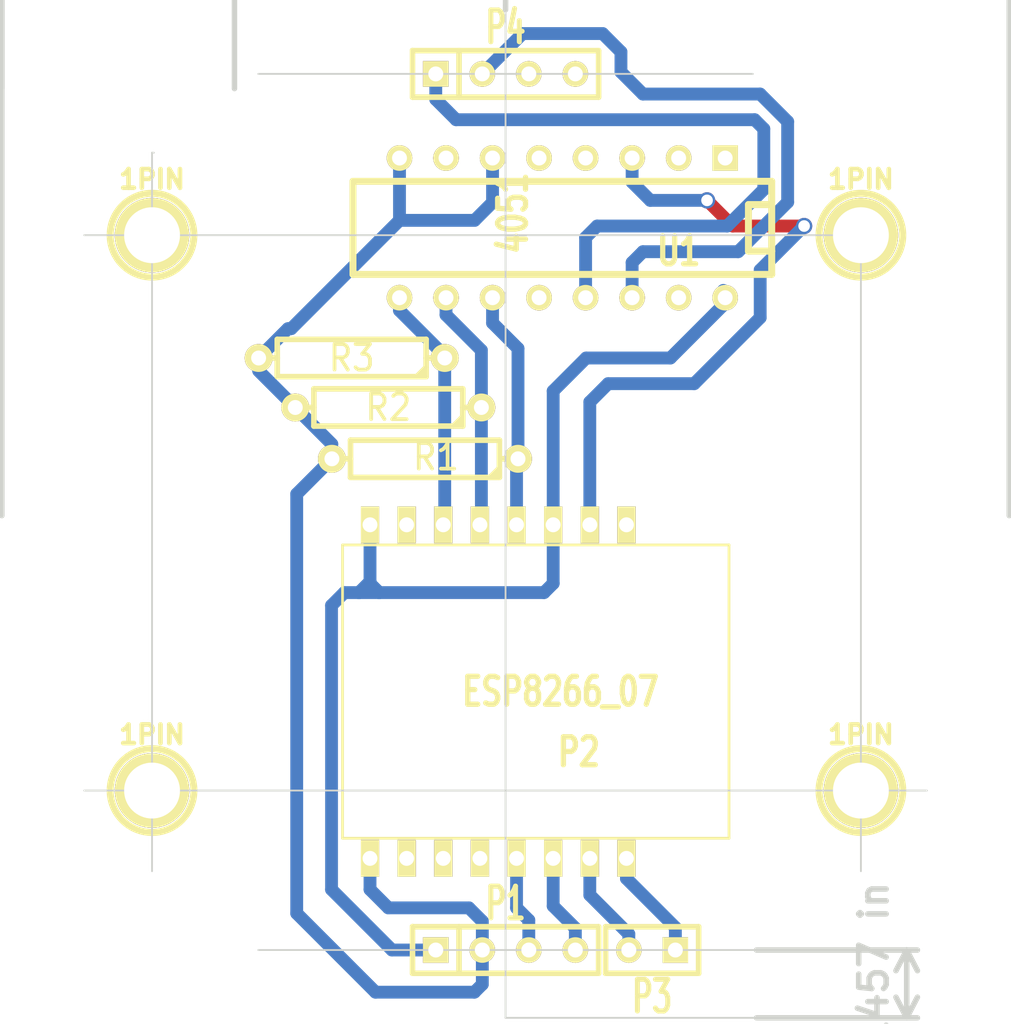
<source format=kicad_pcb>
(kicad_pcb (version 3) (host pcbnew "(2013-07-07 BZR 4022)-stable")

  (general
    (links 22)
    (no_connects 0)
    (area 125.899817 103.550001 182.114285 171.85727)
    (thickness 1.6)
    (drawings 20)
    (tracks 115)
    (zones 0)
    (modules 12)
    (nets 13)
  )

  (page A3)
  (layers
    (15 F.Cu signal)
    (0 B.Cu signal)
    (16 B.Adhes user)
    (17 F.Adhes user)
    (18 B.Paste user)
    (19 F.Paste user)
    (20 B.SilkS user)
    (21 F.SilkS user)
    (22 B.Mask user)
    (23 F.Mask user)
    (24 Dwgs.User user)
    (25 Cmts.User user)
    (26 Eco1.User user)
    (27 Eco2.User user)
    (28 Edge.Cuts user hide)
  )

  (setup
    (last_trace_width 0.7)
    (trace_clearance 0.5)
    (zone_clearance 0.508)
    (zone_45_only no)
    (trace_min 0.254)
    (segment_width 0.2)
    (edge_width 0.1)
    (via_size 0.889)
    (via_drill 0.635)
    (via_min_size 0.889)
    (via_min_drill 0.508)
    (uvia_size 0.508)
    (uvia_drill 0.127)
    (uvias_allowed no)
    (uvia_min_size 0.508)
    (uvia_min_drill 0.127)
    (pcb_text_width 0.3)
    (pcb_text_size 1.5 1.5)
    (mod_edge_width 0.15)
    (mod_text_size 1 1)
    (mod_text_width 0.15)
    (pad_size 1 2)
    (pad_drill 0.8128)
    (pad_to_mask_clearance 0)
    (aux_axis_origin 0 0)
    (visible_elements 7FFFFFFF)
    (pcbplotparams
      (layerselection 3178497)
      (usegerberextensions true)
      (excludeedgelayer true)
      (linewidth 0.150000)
      (plotframeref false)
      (viasonmask false)
      (mode 1)
      (useauxorigin false)
      (hpglpennumber 1)
      (hpglpenspeed 20)
      (hpglpendiameter 15)
      (hpglpenoverlay 2)
      (psnegative false)
      (psa4output false)
      (plotreference true)
      (plotvalue true)
      (plotothertext true)
      (plotinvisibletext false)
      (padsonsilk false)
      (subtractmaskfromsilk false)
      (outputformat 1)
      (mirror false)
      (drillshape 1)
      (scaleselection 1)
      (outputdirectory ""))
  )

  (net 0 "")
  (net 1 /A)
  (net 2 "/Ac 1")
  (net 3 "/Ac 2")
  (net 4 /Adc)
  (net 5 /B)
  (net 6 /C)
  (net 7 /Rx0)
  (net 8 /SCL)
  (net 9 /SDA)
  (net 10 /Tx0)
  (net 11 GND)
  (net 12 VCC)

  (net_class Default "This is the default net class."
    (clearance 0.5)
    (trace_width 0.7)
    (via_dia 0.889)
    (via_drill 0.635)
    (uvia_dia 0.508)
    (uvia_drill 0.127)
    (add_net "")
    (add_net /A)
    (add_net "/Ac 1")
    (add_net "/Ac 2")
    (add_net /Adc)
    (add_net /B)
    (add_net /C)
    (add_net /Rx0)
    (add_net /SCL)
    (add_net /SDA)
    (add_net /Tx0)
    (add_net GND)
    (add_net VCC)
  )

  (module DIP-16__300 (layer F.Cu) (tedit 5AF72724) (tstamp 5AF63F75)
    (at 144.6 153.7)
    (descr "16 pins DIL package, round pads")
    (tags DIL)
    (path /5AF64A12)
    (fp_text reference P2 (at 12.9 3.3) (layer F.SilkS)
      (effects (font (size 1.524 1.143) (thickness 0.3048)))
    )
    (fp_text value ESP8266_07 (at 11.9 0) (layer F.SilkS)
      (effects (font (size 1.524 1.143) (thickness 0.28575)))
    )
    (fp_line (start 0 -8) (end 21.1 -8) (layer F.SilkS) (width 0.15))
    (fp_line (start 21.1 -8) (end 21.1 8) (layer F.SilkS) (width 0.15))
    (fp_line (start 21.1 8) (end 0 8) (layer F.SilkS) (width 0.15))
    (fp_line (start 0 8) (end 0 -8) (layer F.SilkS) (width 0.15))
    (pad 1 thru_hole rect (at 15.5 -9.1) (size 1 2) (drill 0.8128)
      (layers *.Cu *.Mask F.SilkS)
    )
    (pad 2 thru_hole rect (at 13.5 -9.1) (size 1 2) (drill 0.8128)
      (layers *.Cu *.Mask F.SilkS)
      (net 4 /Adc)
    )
    (pad 3 thru_hole rect (at 11.5 -9.1) (size 1 2) (drill 0.8128)
      (layers *.Cu *.Mask F.SilkS)
      (net 12 VCC)
    )
    (pad 4 thru_hole rect (at 9.5 -9.1) (size 1 2) (drill 0.8128)
      (layers *.Cu *.Mask F.SilkS)
      (net 1 /A)
    )
    (pad 5 thru_hole rect (at 7.5 -9.1) (size 1 2) (drill 0.8128)
      (layers *.Cu *.Mask F.SilkS)
      (net 5 /B)
    )
    (pad 6 thru_hole rect (at 5.5 -9.1) (size 1 2) (drill 0.8128)
      (layers *.Cu *.Mask F.SilkS)
      (net 6 /C)
    )
    (pad 7 thru_hole rect (at 3.5 -9.1) (size 1 2) (drill 0.8128)
      (layers *.Cu *.Mask F.SilkS)
    )
    (pad 8 thru_hole rect (at 1.5 -9.1) (size 1 2) (drill 0.8128)
      (layers *.Cu *.Mask F.SilkS)
      (net 12 VCC)
    )
    (pad 9 thru_hole rect (at 1.5 9.1) (size 1 2) (drill 0.8128)
      (layers *.Cu *.Mask F.SilkS)
      (net 11 GND)
    )
    (pad 10 thru_hole rect (at 3.5 9.1) (size 1 2) (drill 0.8128)
      (layers *.Cu *.Mask F.SilkS)
    )
    (pad 11 thru_hole rect (at 5.5 9.1) (size 1 2) (drill 0.8128)
      (layers *.Cu *.Mask F.SilkS)
    )
    (pad 12 thru_hole rect (at 7.5 9.1) (size 1 2) (drill 0.8128)
      (layers *.Cu *.Mask F.SilkS)
    )
    (pad 13 thru_hole rect (at 9.5 9.1) (size 1 2) (drill 0.8128)
      (layers *.Cu *.Mask F.SilkS)
      (net 9 /SDA)
    )
    (pad 14 thru_hole rect (at 11.5 9.1) (size 1 2) (drill 0.8128)
      (layers *.Cu *.Mask F.SilkS)
      (net 8 /SCL)
    )
    (pad 15 thru_hole rect (at 13.5 9.1) (size 1 2) (drill 0.8128)
      (layers *.Cu *.Mask F.SilkS)
      (net 7 /Rx0)
    )
    (pad 16 thru_hole rect (at 15.5 9.1) (size 1 2) (drill oval 0.8128)
      (layers *.Cu *.Mask F.SilkS)
      (net 10 /Tx0)
    )
    (model dil/dil_16.wrl
      (at (xyz 0 0 0))
      (scale (xyz 1 1 1))
      (rotate (xyz 0 0 0))
    )
  )

  (module SIL-4 (layer F.Cu) (tedit 200000) (tstamp 5AF63F2E)
    (at 153.5 120)
    (descr "Connecteur 4 pibs")
    (tags "CONN DEV")
    (path /5AF6367B)
    (fp_text reference P4 (at 0 -2.54) (layer F.SilkS)
      (effects (font (size 1.73482 1.08712) (thickness 0.3048)))
    )
    (fp_text value CONN_4 (at 0 -2.54) (layer F.SilkS) hide
      (effects (font (size 1.524 1.016) (thickness 0.3048)))
    )
    (fp_line (start -5.08 -1.27) (end -5.08 -1.27) (layer F.SilkS) (width 0.3048))
    (fp_line (start -5.08 1.27) (end -5.08 -1.27) (layer F.SilkS) (width 0.3048))
    (fp_line (start -5.08 -1.27) (end -5.08 -1.27) (layer F.SilkS) (width 0.3048))
    (fp_line (start -5.08 -1.27) (end 5.08 -1.27) (layer F.SilkS) (width 0.3048))
    (fp_line (start 5.08 -1.27) (end 5.08 1.27) (layer F.SilkS) (width 0.3048))
    (fp_line (start 5.08 1.27) (end -5.08 1.27) (layer F.SilkS) (width 0.3048))
    (fp_line (start -2.54 1.27) (end -2.54 -1.27) (layer F.SilkS) (width 0.3048))
    (pad 1 thru_hole rect (at -3.81 0) (size 1.397 1.397) (drill 0.8128)
      (layers *.Cu *.Mask F.SilkS)
      (net 2 "/Ac 1")
    )
    (pad 2 thru_hole circle (at -1.27 0) (size 1.397 1.397) (drill 0.8128)
      (layers *.Cu *.Mask F.SilkS)
      (net 3 "/Ac 2")
    )
    (pad 3 thru_hole circle (at 1.27 0) (size 1.397 1.397) (drill 0.8128)
      (layers *.Cu *.Mask F.SilkS)
    )
    (pad 4 thru_hole circle (at 3.81 0) (size 1.397 1.397) (drill 0.8128)
      (layers *.Cu *.Mask F.SilkS)
    )
  )

  (module SIL-4 (layer F.Cu) (tedit 200000) (tstamp 5AF63F3D)
    (at 153.5 167.8)
    (descr "Connecteur 4 pibs")
    (tags "CONN DEV")
    (path /5AF6368A)
    (fp_text reference P1 (at 0 -2.54) (layer F.SilkS)
      (effects (font (size 1.73482 1.08712) (thickness 0.3048)))
    )
    (fp_text value CONN_4 (at 0 -2.54) (layer F.SilkS) hide
      (effects (font (size 1.524 1.016) (thickness 0.3048)))
    )
    (fp_line (start -5.08 -1.27) (end -5.08 -1.27) (layer F.SilkS) (width 0.3048))
    (fp_line (start -5.08 1.27) (end -5.08 -1.27) (layer F.SilkS) (width 0.3048))
    (fp_line (start -5.08 -1.27) (end -5.08 -1.27) (layer F.SilkS) (width 0.3048))
    (fp_line (start -5.08 -1.27) (end 5.08 -1.27) (layer F.SilkS) (width 0.3048))
    (fp_line (start 5.08 -1.27) (end 5.08 1.27) (layer F.SilkS) (width 0.3048))
    (fp_line (start 5.08 1.27) (end -5.08 1.27) (layer F.SilkS) (width 0.3048))
    (fp_line (start -2.54 1.27) (end -2.54 -1.27) (layer F.SilkS) (width 0.3048))
    (pad 1 thru_hole rect (at -3.81 0) (size 1.397 1.397) (drill 0.8128)
      (layers *.Cu *.Mask F.SilkS)
      (net 12 VCC)
    )
    (pad 2 thru_hole circle (at -1.27 0) (size 1.397 1.397) (drill 0.8128)
      (layers *.Cu *.Mask F.SilkS)
      (net 11 GND)
    )
    (pad 3 thru_hole circle (at 1.27 0) (size 1.397 1.397) (drill 0.8128)
      (layers *.Cu *.Mask F.SilkS)
      (net 9 /SDA)
    )
    (pad 4 thru_hole circle (at 3.81 0) (size 1.397 1.397) (drill 0.8128)
      (layers *.Cu *.Mask F.SilkS)
      (net 8 /SCL)
    )
  )

  (module DIP-16__300 (layer F.Cu) (tedit 5AF721EC) (tstamp 5AF63F59)
    (at 156.6 128.4 180)
    (descr "16 pins DIL package, round pads")
    (tags DIL)
    (path /5AF6359F)
    (fp_text reference U1 (at -6.35 -1.27 180) (layer F.SilkS)
      (effects (font (size 1.524 1.143) (thickness 0.3048)))
    )
    (fp_text value 4051 (at 2.7 0.8 270) (layer F.SilkS)
      (effects (font (size 1.524 1.143) (thickness 0.3048)))
    )
    (fp_line (start -11.43 -1.27) (end -11.43 -1.27) (layer F.SilkS) (width 0.381))
    (fp_line (start -11.43 -1.27) (end -10.16 -1.27) (layer F.SilkS) (width 0.381))
    (fp_line (start -10.16 -1.27) (end -10.16 1.27) (layer F.SilkS) (width 0.381))
    (fp_line (start -10.16 1.27) (end -11.43 1.27) (layer F.SilkS) (width 0.381))
    (fp_line (start -11.43 -2.54) (end 11.43 -2.54) (layer F.SilkS) (width 0.381))
    (fp_line (start 11.43 -2.54) (end 11.43 2.54) (layer F.SilkS) (width 0.381))
    (fp_line (start 11.43 2.54) (end -11.43 2.54) (layer F.SilkS) (width 0.381))
    (fp_line (start -11.43 2.54) (end -11.43 -2.54) (layer F.SilkS) (width 0.381))
    (pad 1 thru_hole rect (at -8.89 3.81 180) (size 1.397 1.397) (drill 0.8128)
      (layers *.Cu *.Mask F.SilkS)
    )
    (pad 2 thru_hole circle (at -6.35 3.81 180) (size 1.397 1.397) (drill 0.8128)
      (layers *.Cu *.Mask F.SilkS)
    )
    (pad 3 thru_hole circle (at -3.81 3.81 180) (size 1.397 1.397) (drill 0.8128)
      (layers *.Cu *.Mask F.SilkS)
      (net 4 /Adc)
    )
    (pad 4 thru_hole circle (at -1.27 3.81 180) (size 1.397 1.397) (drill 0.8128)
      (layers *.Cu *.Mask F.SilkS)
    )
    (pad 5 thru_hole circle (at 1.27 3.81 180) (size 1.397 1.397) (drill 0.8128)
      (layers *.Cu *.Mask F.SilkS)
    )
    (pad 6 thru_hole circle (at 3.81 3.81 180) (size 1.397 1.397) (drill 0.8128)
      (layers *.Cu *.Mask F.SilkS)
      (net 11 GND)
    )
    (pad 7 thru_hole circle (at 6.35 3.81 180) (size 1.397 1.397) (drill 0.8128)
      (layers *.Cu *.Mask F.SilkS)
    )
    (pad 8 thru_hole circle (at 8.89 3.81 180) (size 1.397 1.397) (drill 0.8128)
      (layers *.Cu *.Mask F.SilkS)
      (net 11 GND)
    )
    (pad 9 thru_hole circle (at 8.89 -3.81 180) (size 1.397 1.397) (drill 0.8128)
      (layers *.Cu *.Mask F.SilkS)
      (net 6 /C)
    )
    (pad 10 thru_hole circle (at 6.35 -3.81 180) (size 1.397 1.397) (drill 0.8128)
      (layers *.Cu *.Mask F.SilkS)
      (net 5 /B)
    )
    (pad 11 thru_hole circle (at 3.81 -3.81 180) (size 1.397 1.397) (drill 0.8128)
      (layers *.Cu *.Mask F.SilkS)
      (net 1 /A)
    )
    (pad 12 thru_hole circle (at 1.27 -3.81 180) (size 1.397 1.397) (drill 0.8128)
      (layers *.Cu *.Mask F.SilkS)
    )
    (pad 13 thru_hole circle (at -1.27 -3.81 180) (size 1.397 1.397) (drill 0.8128)
      (layers *.Cu *.Mask F.SilkS)
      (net 2 "/Ac 1")
    )
    (pad 14 thru_hole circle (at -3.81 -3.81 180) (size 1.397 1.397) (drill 0.8128)
      (layers *.Cu *.Mask F.SilkS)
      (net 3 "/Ac 2")
    )
    (pad 15 thru_hole circle (at -6.35 -3.81 180) (size 1.397 1.397) (drill 0.8128)
      (layers *.Cu *.Mask F.SilkS)
    )
    (pad 16 thru_hole circle (at -8.89 -3.81 180) (size 1.397 1.397) (drill 0.8128)
      (layers *.Cu *.Mask F.SilkS)
      (net 12 VCC)
    )
    (model dil/dil_16.wrl
      (at (xyz 0 0 0))
      (scale (xyz 1 1 1))
      (rotate (xyz 0 0 0))
    )
  )

  (module SIL-2 (layer F.Cu) (tedit 200000) (tstamp 5AF64B1B)
    (at 161.5 167.8 180)
    (descr "Connecteurs 2 pins")
    (tags "CONN DEV")
    (path /5AF64A72)
    (fp_text reference P3 (at 0 -2.54 180) (layer F.SilkS)
      (effects (font (size 1.72974 1.08712) (thickness 0.3048)))
    )
    (fp_text value CONN_2 (at 0 -2.54 180) (layer F.SilkS) hide
      (effects (font (size 1.524 1.016) (thickness 0.3048)))
    )
    (fp_line (start -2.54 1.27) (end -2.54 -1.27) (layer F.SilkS) (width 0.3048))
    (fp_line (start -2.54 -1.27) (end 2.54 -1.27) (layer F.SilkS) (width 0.3048))
    (fp_line (start 2.54 -1.27) (end 2.54 1.27) (layer F.SilkS) (width 0.3048))
    (fp_line (start 2.54 1.27) (end -2.54 1.27) (layer F.SilkS) (width 0.3048))
    (pad 1 thru_hole rect (at -1.27 0 180) (size 1.397 1.397) (drill 0.8128)
      (layers *.Cu *.Mask F.SilkS)
      (net 10 /Tx0)
    )
    (pad 2 thru_hole circle (at 1.27 0 180) (size 1.397 1.397) (drill 0.8128)
      (layers *.Cu *.Mask F.SilkS)
      (net 7 /Rx0)
    )
  )

  (module R4 (layer F.Cu) (tedit 5AF711E3) (tstamp 5AF711D5)
    (at 149.1 141 180)
    (descr "Resitance 4 pas")
    (tags R)
    (path /5AF710F7)
    (autoplace_cost180 10)
    (fp_text reference R1 (at -0.6 0.1 180) (layer F.SilkS)
      (effects (font (size 1.397 1.27) (thickness 0.2032)))
    )
    (fp_text value R (at 0 0 180) (layer F.SilkS) hide
      (effects (font (size 1.397 1.27) (thickness 0.2032)))
    )
    (fp_line (start -5.08 0) (end -4.064 0) (layer F.SilkS) (width 0.3048))
    (fp_line (start -4.064 0) (end -4.064 -1.016) (layer F.SilkS) (width 0.3048))
    (fp_line (start -4.064 -1.016) (end 4.064 -1.016) (layer F.SilkS) (width 0.3048))
    (fp_line (start 4.064 -1.016) (end 4.064 1.016) (layer F.SilkS) (width 0.3048))
    (fp_line (start 4.064 1.016) (end -4.064 1.016) (layer F.SilkS) (width 0.3048))
    (fp_line (start -4.064 1.016) (end -4.064 0) (layer F.SilkS) (width 0.3048))
    (fp_line (start -4.064 -0.508) (end -3.556 -1.016) (layer F.SilkS) (width 0.3048))
    (fp_line (start 5.08 0) (end 4.064 0) (layer F.SilkS) (width 0.3048))
    (pad 1 thru_hole circle (at -5.08 0 180) (size 1.524 1.524) (drill 0.8128)
      (layers *.Cu *.Mask F.SilkS)
      (net 1 /A)
    )
    (pad 2 thru_hole circle (at 5.08 0 180) (size 1.524 1.524) (drill 0.8128)
      (layers *.Cu *.Mask F.SilkS)
      (net 11 GND)
    )
    (model discret/resistor.wrl
      (at (xyz 0 0 0))
      (scale (xyz 0.4 0.4 0.4))
      (rotate (xyz 0 0 0))
    )
  )

  (module R4 (layer F.Cu) (tedit 200000) (tstamp 5AF711E3)
    (at 147.1 138.2 180)
    (descr "Resitance 4 pas")
    (tags R)
    (path /5AF71104)
    (autoplace_cost180 10)
    (fp_text reference R2 (at 0 0 180) (layer F.SilkS)
      (effects (font (size 1.397 1.27) (thickness 0.2032)))
    )
    (fp_text value R (at 0 0 180) (layer F.SilkS) hide
      (effects (font (size 1.397 1.27) (thickness 0.2032)))
    )
    (fp_line (start -5.08 0) (end -4.064 0) (layer F.SilkS) (width 0.3048))
    (fp_line (start -4.064 0) (end -4.064 -1.016) (layer F.SilkS) (width 0.3048))
    (fp_line (start -4.064 -1.016) (end 4.064 -1.016) (layer F.SilkS) (width 0.3048))
    (fp_line (start 4.064 -1.016) (end 4.064 1.016) (layer F.SilkS) (width 0.3048))
    (fp_line (start 4.064 1.016) (end -4.064 1.016) (layer F.SilkS) (width 0.3048))
    (fp_line (start -4.064 1.016) (end -4.064 0) (layer F.SilkS) (width 0.3048))
    (fp_line (start -4.064 -0.508) (end -3.556 -1.016) (layer F.SilkS) (width 0.3048))
    (fp_line (start 5.08 0) (end 4.064 0) (layer F.SilkS) (width 0.3048))
    (pad 1 thru_hole circle (at -5.08 0 180) (size 1.524 1.524) (drill 0.8128)
      (layers *.Cu *.Mask F.SilkS)
      (net 5 /B)
    )
    (pad 2 thru_hole circle (at 5.08 0 180) (size 1.524 1.524) (drill 0.8128)
      (layers *.Cu *.Mask F.SilkS)
      (net 11 GND)
    )
    (model discret/resistor.wrl
      (at (xyz 0 0 0))
      (scale (xyz 0.4 0.4 0.4))
      (rotate (xyz 0 0 0))
    )
  )

  (module R4 (layer F.Cu) (tedit 200000) (tstamp 5AF711F1)
    (at 145.1 135.5 180)
    (descr "Resitance 4 pas")
    (tags R)
    (path /5AF7110A)
    (autoplace_cost180 10)
    (fp_text reference R3 (at 0 0 180) (layer F.SilkS)
      (effects (font (size 1.397 1.27) (thickness 0.2032)))
    )
    (fp_text value R (at 0 0 180) (layer F.SilkS) hide
      (effects (font (size 1.397 1.27) (thickness 0.2032)))
    )
    (fp_line (start -5.08 0) (end -4.064 0) (layer F.SilkS) (width 0.3048))
    (fp_line (start -4.064 0) (end -4.064 -1.016) (layer F.SilkS) (width 0.3048))
    (fp_line (start -4.064 -1.016) (end 4.064 -1.016) (layer F.SilkS) (width 0.3048))
    (fp_line (start 4.064 -1.016) (end 4.064 1.016) (layer F.SilkS) (width 0.3048))
    (fp_line (start 4.064 1.016) (end -4.064 1.016) (layer F.SilkS) (width 0.3048))
    (fp_line (start -4.064 1.016) (end -4.064 0) (layer F.SilkS) (width 0.3048))
    (fp_line (start -4.064 -0.508) (end -3.556 -1.016) (layer F.SilkS) (width 0.3048))
    (fp_line (start 5.08 0) (end 4.064 0) (layer F.SilkS) (width 0.3048))
    (pad 1 thru_hole circle (at -5.08 0 180) (size 1.524 1.524) (drill 0.8128)
      (layers *.Cu *.Mask F.SilkS)
      (net 6 /C)
    )
    (pad 2 thru_hole circle (at 5.08 0 180) (size 1.524 1.524) (drill 0.8128)
      (layers *.Cu *.Mask F.SilkS)
      (net 11 GND)
    )
    (model discret/resistor.wrl
      (at (xyz 0 0 0))
      (scale (xyz 0.4 0.4 0.4))
      (rotate (xyz 0 0 0))
    )
  )

  (module 1pin (layer F.Cu) (tedit 200000) (tstamp 5AF7854D)
    (at 172.9 128.8)
    (descr "module 1 pin (ou trou mecanique de percage)")
    (tags DEV)
    (path 1pin)
    (fp_text reference 1PIN (at 0 -3.048) (layer F.SilkS)
      (effects (font (size 1.016 1.016) (thickness 0.254)))
    )
    (fp_text value P*** (at 0 2.794) (layer F.SilkS) hide
      (effects (font (size 1.016 1.016) (thickness 0.254)))
    )
    (fp_circle (center 0 0) (end 0 -2.286) (layer F.SilkS) (width 0.381))
    (pad 1 thru_hole circle (at 0 0) (size 4.064 4.064) (drill 3.048)
      (layers *.Cu *.Mask F.SilkS)
    )
  )

  (module 1pin (layer F.Cu) (tedit 200000) (tstamp 5AF7855A)
    (at 172.9 159.1)
    (descr "module 1 pin (ou trou mecanique de percage)")
    (tags DEV)
    (path 1pin)
    (fp_text reference 1PIN (at 0 -3.048) (layer F.SilkS)
      (effects (font (size 1.016 1.016) (thickness 0.254)))
    )
    (fp_text value P*** (at 0 2.794) (layer F.SilkS) hide
      (effects (font (size 1.016 1.016) (thickness 0.254)))
    )
    (fp_circle (center 0 0) (end 0 -2.286) (layer F.SilkS) (width 0.381))
    (pad 1 thru_hole circle (at 0 0) (size 4.064 4.064) (drill 3.048)
      (layers *.Cu *.Mask F.SilkS)
    )
  )

  (module 1pin (layer F.Cu) (tedit 200000) (tstamp 5AF78565)
    (at 134.2 159.1)
    (descr "module 1 pin (ou trou mecanique de percage)")
    (tags DEV)
    (path 1pin)
    (fp_text reference 1PIN (at 0 -3.048) (layer F.SilkS)
      (effects (font (size 1.016 1.016) (thickness 0.254)))
    )
    (fp_text value P*** (at 0 2.794) (layer F.SilkS) hide
      (effects (font (size 1.016 1.016) (thickness 0.254)))
    )
    (fp_circle (center 0 0) (end 0 -2.286) (layer F.SilkS) (width 0.381))
    (pad 1 thru_hole circle (at 0 0) (size 4.064 4.064) (drill 3.048)
      (layers *.Cu *.Mask F.SilkS)
    )
  )

  (module 1pin (layer F.Cu) (tedit 200000) (tstamp 5AF78573)
    (at 134.2 128.8)
    (descr "module 1 pin (ou trou mecanique de percage)")
    (tags DEV)
    (path 1pin)
    (fp_text reference 1PIN (at 0 -3.048) (layer F.SilkS)
      (effects (font (size 1.016 1.016) (thickness 0.254)))
    )
    (fp_text value P*** (at 0 2.794) (layer F.SilkS) hide
      (effects (font (size 1.016 1.016) (thickness 0.254)))
    )
    (fp_circle (center 0 0) (end 0 -2.286) (layer F.SilkS) (width 0.381))
    (pad 1 thru_hole circle (at 0 0) (size 4.064 4.064) (drill 3.048)
      (layers *.Cu *.Mask F.SilkS)
    )
  )

  (gr_line (start 130.5 159.1) (end 176.5 159.1) (angle 90) (layer Edge.Cuts) (width 0.1))
  (gr_line (start 172.9 128.8) (end 130.5 128.8) (angle 90) (layer Edge.Cuts) (width 0.1))
  (gr_line (start 134.2 124.3) (end 134.3 124.3) (angle 90) (layer Edge.Cuts) (width 0.1))
  (gr_line (start 134.2 163.5) (end 134.2 124.3) (angle 90) (layer Edge.Cuts) (width 0.1))
  (gr_line (start 172.9 128.8) (end 172.9 163.5) (angle 90) (layer Edge.Cuts) (width 0.1))
  (dimension 3.7 (width 0.3) (layer Edge.Cuts)
    (gr_text 3,700mm (at 176.749999 169.65 270) (layer Edge.Cuts)
      (effects (font (size 1.5 1.5) (thickness 0.3)))
    )
    (feature1 (pts (xy 167.2 171.5) (xy 178.099999 171.5)))
    (feature2 (pts (xy 167.2 167.8) (xy 178.099999 167.8)))
    (crossbar (pts (xy 175.399999 167.8) (xy 175.399999 171.5)))
    (arrow1a (pts (xy 175.399999 171.5) (xy 174.813579 170.373497)))
    (arrow1b (pts (xy 175.399999 171.5) (xy 175.986419 170.373497)))
    (arrow2a (pts (xy 175.399999 167.8) (xy 174.813579 168.926503)))
    (arrow2b (pts (xy 175.399999 167.8) (xy 175.986419 168.926503)))
  )
  (gr_line (start 140 120) (end 167 120) (angle 90) (layer Edge.Cuts) (width 0.1))
  (gr_line (start 167.4 167.8) (end 140 167.8) (angle 90) (layer Edge.Cuts) (width 0.1))
  (gr_line (start 170.6 171.5) (end 153.5 171.5) (angle 90) (layer Edge.Cuts) (width 0.1))
  (gr_line (start 153.5 116.5) (end 153.5 171.5) (angle 90) (layer Edge.Cuts) (width 0.1))
  (gr_line (start 168.2 131.5) (end 178 131.5) (angle 90) (layer Eco2.User) (width 0.2))
  (gr_line (start 168.2 156.5) (end 168.2 131.5) (angle 90) (layer Eco2.User) (width 0.2))
  (gr_line (start 178 156.5) (end 168.2 156.5) (angle 90) (layer Eco2.User) (width 0.2))
  (gr_line (start 138.7 156.5) (end 129 156.5) (angle 90) (layer Eco2.User) (width 0.2))
  (gr_line (start 138.7 131.5) (end 138.7 156.5) (angle 90) (layer Eco2.User) (width 0.2))
  (gr_line (start 129 131.5) (end 138.7 131.5) (angle 90) (layer Eco2.User) (width 0.2))
  (dimension 12.7 (width 0.3) (layer Edge.Cuts)
    (gr_text 12,700mm (at 132.35 113.650001) (layer Edge.Cuts)
      (effects (font (size 1.5 1.5) (thickness 0.3)))
    )
    (feature1 (pts (xy 126 120.8) (xy 126 112.300001)))
    (feature2 (pts (xy 138.7 120.8) (xy 138.7 112.300001)))
    (crossbar (pts (xy 138.7 115.000001) (xy 126 115.000001)))
    (arrow1a (pts (xy 126 115.000001) (xy 127.126503 114.413581)))
    (arrow1b (pts (xy 126 115.000001) (xy 127.126503 115.586421)))
    (arrow2a (pts (xy 138.7 115.000001) (xy 137.573497 114.413581)))
    (arrow2b (pts (xy 138.7 115.000001) (xy 137.573497 115.586421)))
  )
  (dimension 27.500182 (width 0.3) (layer Edge.Cuts)
    (gr_text 27,500mm (at 167.276002 109.399359 359.7916526) (layer Edge.Cuts)
      (effects (font (size 1.5 1.5) (thickness 0.3)))
    )
    (feature1 (pts (xy 153.5 116.5) (xy 153.530911 107.999368)))
    (feature2 (pts (xy 181 116.6) (xy 181.030911 108.099368)))
    (crossbar (pts (xy 181.021093 110.79935) (xy 153.521093 110.69935)))
    (arrow1a (pts (xy 153.521093 110.69935) (xy 154.649721 110.11703)))
    (arrow1b (pts (xy 153.521093 110.69935) (xy 154.645456 111.289863)))
    (arrow2a (pts (xy 181.021093 110.79935) (xy 179.89673 110.208837)))
    (arrow2b (pts (xy 181.021093 110.79935) (xy 179.892465 111.38167)))
  )
  (dimension 55 (width 0.3) (layer Edge.Cuts)
    (gr_text 55,000mm (at 153.5 105.050001) (layer Edge.Cuts)
      (effects (font (size 1.5 1.5) (thickness 0.3)))
    )
    (feature1 (pts (xy 126 144.1) (xy 126 103.700001)))
    (feature2 (pts (xy 181 144.1) (xy 181 103.700001)))
    (crossbar (pts (xy 181 106.400001) (xy 126 106.400001)))
    (arrow1a (pts (xy 126 106.400001) (xy 127.126503 105.813581)))
    (arrow1b (pts (xy 126 106.400001) (xy 127.126503 106.986421)))
    (arrow2a (pts (xy 181 106.400001) (xy 179.873497 105.813581)))
    (arrow2b (pts (xy 181 106.400001) (xy 179.873497 106.986421)))
  )
  (gr_circle (center 153.5 144) (end 181 144.1) (layer Eco2.User) (width 0.2))

  (segment (start 154.18 141) (end 154.18 134.98) (width 0.7) (layer B.Cu) (net 1))
  (segment (start 152.79 133.59) (end 152.79 132.21) (width 0.7) (layer B.Cu) (net 1) (tstamp 5AF725BD))
  (segment (start 154.18 134.98) (end 152.79 133.59) (width 0.7) (layer B.Cu) (net 1) (tstamp 5AF725BC))
  (segment (start 154.1 144.6) (end 154.1 141.08) (width 0.7) (layer B.Cu) (net 1))
  (segment (start 154.1 141.08) (end 154.18 141) (width 0.7) (layer B.Cu) (net 1) (tstamp 5AF724A9))
  (segment (start 149.69 120) (end 149.69 121.39) (width 0.7) (layer B.Cu) (net 2))
  (segment (start 157.87 128.93) (end 157.87 132.21) (width 0.7) (layer B.Cu) (net 2) (tstamp 5AF725F2))
  (segment (start 158.5 128.3) (end 157.87 128.93) (width 0.7) (layer B.Cu) (net 2) (tstamp 5AF725F1))
  (segment (start 165.6 128.3) (end 158.5 128.3) (width 0.7) (layer B.Cu) (net 2) (tstamp 5AF725F0))
  (segment (start 167.6 126.3) (end 165.6 128.3) (width 0.7) (layer B.Cu) (net 2) (tstamp 5AF725EF))
  (segment (start 167.6 123) (end 167.6 126.3) (width 0.7) (layer B.Cu) (net 2) (tstamp 5AF725EE))
  (segment (start 167.1 122.5) (end 167.6 123) (width 0.7) (layer B.Cu) (net 2) (tstamp 5AF725ED))
  (segment (start 150.8 122.5) (end 167.1 122.5) (width 0.7) (layer B.Cu) (net 2) (tstamp 5AF725EC))
  (segment (start 149.69 121.39) (end 150.8 122.5) (width 0.7) (layer B.Cu) (net 2) (tstamp 5AF725EB))
  (segment (start 160.41 132.21) (end 160.41 130.29) (width 0.7) (layer B.Cu) (net 3))
  (segment (start 154.43 117.8) (end 152.23 120) (width 0.7) (layer B.Cu) (net 3) (tstamp 5AF72600))
  (segment (start 158.8 117.8) (end 154.43 117.8) (width 0.7) (layer B.Cu) (net 3) (tstamp 5AF725FF))
  (segment (start 159.8 118.8) (end 158.8 117.8) (width 0.7) (layer B.Cu) (net 3) (tstamp 5AF725FE))
  (segment (start 159.8 119.9) (end 159.8 118.8) (width 0.7) (layer B.Cu) (net 3) (tstamp 5AF725FD))
  (segment (start 161 121.1) (end 159.8 119.9) (width 0.7) (layer B.Cu) (net 3) (tstamp 5AF725FC))
  (segment (start 167.4 121.1) (end 161 121.1) (width 0.7) (layer B.Cu) (net 3) (tstamp 5AF725FB))
  (segment (start 168.9 122.6) (end 167.4 121.1) (width 0.7) (layer B.Cu) (net 3) (tstamp 5AF725FA))
  (segment (start 168.9 127) (end 168.9 122.6) (width 0.7) (layer B.Cu) (net 3) (tstamp 5AF725F9))
  (segment (start 166.2 129.7) (end 168.9 127) (width 0.7) (layer B.Cu) (net 3) (tstamp 5AF725F7))
  (segment (start 161 129.7) (end 166.2 129.7) (width 0.7) (layer B.Cu) (net 3) (tstamp 5AF725F6))
  (segment (start 160.41 130.29) (end 161 129.7) (width 0.7) (layer B.Cu) (net 3) (tstamp 5AF725F5))
  (segment (start 160.41 124.59) (end 160.41 125.91) (width 0.7) (layer B.Cu) (net 4))
  (segment (start 158.1 137.9) (end 158.1 144.6) (width 0.7) (layer B.Cu) (net 4) (tstamp 5AF7260F))
  (segment (start 159.1 136.9) (end 158.1 137.9) (width 0.7) (layer B.Cu) (net 4) (tstamp 5AF7260E))
  (segment (start 163.8 136.9) (end 159.1 136.9) (width 0.7) (layer B.Cu) (net 4) (tstamp 5AF7260C))
  (segment (start 167.4 133.3) (end 163.8 136.9) (width 0.7) (layer B.Cu) (net 4) (tstamp 5AF7260B))
  (segment (start 167.4 130.7) (end 167.4 133.3) (width 0.7) (layer B.Cu) (net 4) (tstamp 5AF7260A))
  (segment (start 169.8 128.3) (end 167.4 130.7) (width 0.7) (layer B.Cu) (net 4) (tstamp 5AF72609))
  (via (at 169.8 128.3) (size 0.889) (layers F.Cu B.Cu) (net 4))
  (segment (start 165.9 128.3) (end 169.8 128.3) (width 0.7) (layer F.Cu) (net 4) (tstamp 5AF72607))
  (segment (start 164.5 126.9) (end 165.9 128.3) (width 0.7) (layer F.Cu) (net 4) (tstamp 5AF72606))
  (via (at 164.5 126.9) (size 0.889) (layers F.Cu B.Cu) (net 4))
  (segment (start 161.4 126.9) (end 164.5 126.9) (width 0.7) (layer B.Cu) (net 4) (tstamp 5AF72604))
  (segment (start 160.41 125.91) (end 161.4 126.9) (width 0.7) (layer B.Cu) (net 4) (tstamp 5AF72603))
  (segment (start 152.18 138.2) (end 152.18 135.08) (width 0.7) (layer B.Cu) (net 5))
  (segment (start 150.25 133.15) (end 150.25 132.21) (width 0.7) (layer B.Cu) (net 5) (tstamp 5AF725B9))
  (segment (start 152.18 135.08) (end 150.25 133.15) (width 0.7) (layer B.Cu) (net 5) (tstamp 5AF725B8))
  (segment (start 152.18 138.2) (end 152.18 144.52) (width 0.7) (layer B.Cu) (net 5))
  (segment (start 152.18 144.52) (end 152.1 144.6) (width 0.254) (layer B.Cu) (net 5) (tstamp 5AF7231A))
  (segment (start 150.18 135.5) (end 150.18 135.38) (width 0.7) (layer B.Cu) (net 6))
  (segment (start 147.71 132.91) (end 147.71 132.21) (width 0.7) (layer B.Cu) (net 6) (tstamp 5AF725C1))
  (segment (start 150.18 135.38) (end 147.71 132.91) (width 0.7) (layer B.Cu) (net 6) (tstamp 5AF725C0))
  (segment (start 150.18 135.5) (end 150.18 144.52) (width 0.7) (layer B.Cu) (net 6))
  (segment (start 150.18 144.52) (end 150.1 144.6) (width 0.254) (layer B.Cu) (net 6) (tstamp 5AF72325))
  (segment (start 160.23 167.8) (end 160.23 166.93) (width 0.7) (layer B.Cu) (net 7))
  (segment (start 158.1 164.8) (end 158.1 162.8) (width 0.7) (layer B.Cu) (net 7) (tstamp 5AF7245D))
  (segment (start 160.23 166.93) (end 158.1 164.8) (width 0.7) (layer B.Cu) (net 7) (tstamp 5AF7245C))
  (segment (start 157.31 167.8) (end 157.31 166.61) (width 0.7) (layer B.Cu) (net 8))
  (segment (start 156.1 165.4) (end 156.1 162.8) (width 0.7) (layer B.Cu) (net 8) (tstamp 5AF72461))
  (segment (start 157.31 166.61) (end 156.1 165.4) (width 0.7) (layer B.Cu) (net 8) (tstamp 5AF72460))
  (segment (start 154.77 167.8) (end 154.77 166.17) (width 0.7) (layer B.Cu) (net 9))
  (segment (start 154.1 165.5) (end 154.1 162.8) (width 0.7) (layer B.Cu) (net 9) (tstamp 5AF72465))
  (segment (start 154.77 166.17) (end 154.1 165.5) (width 0.7) (layer B.Cu) (net 9) (tstamp 5AF72464))
  (segment (start 162.77 167.8) (end 162.77 166.57) (width 0.7) (layer B.Cu) (net 10))
  (segment (start 160.1 163.9) (end 160.1 162.8) (width 0.7) (layer B.Cu) (net 10) (tstamp 5AF72459))
  (segment (start 162.77 166.57) (end 160.1 163.9) (width 0.7) (layer B.Cu) (net 10) (tstamp 5AF72457))
  (segment (start 152.79 124.59) (end 152.79 127.01) (width 0.7) (layer B.Cu) (net 11))
  (segment (start 151.81 127.99) (end 147.71 127.99) (width 0.7) (layer B.Cu) (net 11) (tstamp 5AF725CA))
  (segment (start 152.79 127.01) (end 151.81 127.99) (width 0.7) (layer B.Cu) (net 11) (tstamp 5AF725C9))
  (segment (start 147.71 124.59) (end 147.71 127.99) (width 0.7) (layer B.Cu) (net 11))
  (segment (start 141.62 133.9) (end 140.02 135.5) (width 0.7) (layer B.Cu) (net 11) (tstamp 5AF725C6))
  (segment (start 141.8 133.9) (end 141.62 133.9) (width 0.7) (layer B.Cu) (net 11) (tstamp 5AF725C5))
  (segment (start 147.71 127.99) (end 141.8 133.9) (width 0.7) (layer B.Cu) (net 11) (tstamp 5AF725C4))
  (segment (start 152.23 167.8) (end 152.23 169.67) (width 0.7) (layer B.Cu) (net 11))
  (segment (start 152.23 169.67) (end 151.8 170.1) (width 0.7) (layer B.Cu) (net 11) (tstamp 5AF7246E))
  (segment (start 151.8 170.1) (end 146.4 170.1) (width 0.7) (layer B.Cu) (net 11) (tstamp 5AF7246F))
  (segment (start 146.4 170.1) (end 142.1 165.8) (width 0.7) (layer B.Cu) (net 11) (tstamp 5AF72470))
  (segment (start 142.1 165.8) (end 142.1 142.92) (width 0.7) (layer B.Cu) (net 11) (tstamp 5AF72476))
  (segment (start 142.1 142.92) (end 144.02 141) (width 0.7) (layer B.Cu) (net 11) (tstamp 5AF7247B))
  (segment (start 152.23 167.8) (end 152.23 166.23) (width 0.7) (layer B.Cu) (net 11))
  (segment (start 152.23 166.23) (end 151.5 165.5) (width 0.7) (layer B.Cu) (net 11) (tstamp 5AF72468))
  (segment (start 151.5 165.5) (end 147.1 165.5) (width 0.7) (layer B.Cu) (net 11) (tstamp 5AF72469))
  (segment (start 147.1 165.5) (end 146.1 164.5) (width 0.7) (layer B.Cu) (net 11) (tstamp 5AF7246A))
  (segment (start 146.1 164.5) (end 146.1 162.8) (width 0.7) (layer B.Cu) (net 11) (tstamp 5AF7246B))
  (segment (start 151.7 170.1) (end 151.8 170.1) (width 0.254) (layer B.Cu) (net 11))
  (segment (start 151.8 170.1) (end 152.23 169.67) (width 0.254) (layer B.Cu) (net 11) (tstamp 5AF723CA))
  (segment (start 151.7 170.1) (end 146.4 170.1) (width 0.254) (layer B.Cu) (net 11) (tstamp 5AF723C8))
  (segment (start 142.1 142.92) (end 144.02 141) (width 0.254) (layer B.Cu) (net 11) (tstamp 5AF72385))
  (segment (start 142.1 165.8) (end 142.1 142.92) (width 0.254) (layer B.Cu) (net 11) (tstamp 5AF72383))
  (segment (start 146.4 170.1) (end 142.1 165.8) (width 0.254) (layer B.Cu) (net 11) (tstamp 5AF72381))
  (segment (start 146.1 164.2) (end 146.1 162.8) (width 0.254) (layer B.Cu) (net 11) (tstamp 5AF72373))
  (segment (start 147.4 165.5) (end 146.1 164.2) (width 0.254) (layer B.Cu) (net 11) (tstamp 5AF72372))
  (segment (start 151.5 165.5) (end 147.4 165.5) (width 0.254) (layer B.Cu) (net 11) (tstamp 5AF72371))
  (segment (start 152.23 166.23) (end 151.5 165.5) (width 0.254) (layer B.Cu) (net 11) (tstamp 5AF72370))
  (segment (start 140.02 135.5) (end 140.02 136.2) (width 0.254) (layer B.Cu) (net 11))
  (segment (start 140.02 136.2) (end 142.02 138.2) (width 0.7) (layer B.Cu) (net 11) (tstamp 5AF7232B))
  (segment (start 144.02 141) (end 144.02 140.2) (width 0.254) (layer B.Cu) (net 11))
  (segment (start 144.02 140.2) (end 142.02 138.2) (width 0.7) (layer B.Cu) (net 11) (tstamp 5AF72328))
  (segment (start 156.1 144.6) (end 156.1 137.3) (width 0.7) (layer B.Cu) (net 12))
  (segment (start 156.1 137.3) (end 157.9 135.5) (width 0.7) (layer B.Cu) (net 12) (tstamp 5AF724A3))
  (segment (start 157.9 135.5) (end 162.5 135.5) (width 0.7) (layer B.Cu) (net 12) (tstamp 5AF724A4))
  (segment (start 162.5 135.5) (end 165.39 132.61) (width 0.7) (layer B.Cu) (net 12) (tstamp 5AF724A5))
  (segment (start 165.39 132.61) (end 165.39 131.81) (width 0.7) (layer B.Cu) (net 12) (tstamp 5AF724A6))
  (segment (start 146.1 147.7) (end 146.1 147.8) (width 0.7) (layer B.Cu) (net 12))
  (segment (start 146.1 147.8) (end 146.6 148.3) (width 0.7) (layer B.Cu) (net 12) (tstamp 5AF7249E))
  (segment (start 145.5 148.3) (end 146.6 148.3) (width 0.7) (layer B.Cu) (net 12))
  (segment (start 146.6 148.3) (end 155.6 148.3) (width 0.7) (layer B.Cu) (net 12) (tstamp 5AF724A1))
  (segment (start 155.6 148.3) (end 156.1 147.8) (width 0.7) (layer B.Cu) (net 12) (tstamp 5AF72498))
  (segment (start 156.1 147.8) (end 156.1 144.6) (width 0.7) (layer B.Cu) (net 12) (tstamp 5AF72499))
  (segment (start 149.69 167.8) (end 147.3 167.8) (width 0.7) (layer B.Cu) (net 12))
  (segment (start 146.1 147.7) (end 146.1 144.6) (width 0.7) (layer B.Cu) (net 12) (tstamp 5AF72495))
  (segment (start 145.5 148.3) (end 146.1 147.7) (width 0.7) (layer B.Cu) (net 12) (tstamp 5AF72494))
  (segment (start 144.7 148.3) (end 145.5 148.3) (width 0.7) (layer B.Cu) (net 12) (tstamp 5AF72493))
  (segment (start 144 149) (end 144.7 148.3) (width 0.7) (layer B.Cu) (net 12) (tstamp 5AF72491))
  (segment (start 144 164.5) (end 144 149) (width 0.7) (layer B.Cu) (net 12) (tstamp 5AF72490))
  (segment (start 147.3 167.8) (end 144 164.5) (width 0.7) (layer B.Cu) (net 12) (tstamp 5AF7248F))
  (segment (start 165.39 131.81) (end 165.39 132.41) (width 0.254) (layer B.Cu) (net 12))
  (segment (start 165.39 132.41) (end 162.3 135.5) (width 0.254) (layer B.Cu) (net 12) (tstamp 5AF72337))
  (segment (start 162.3 135.5) (end 157.9 135.5) (width 0.254) (layer B.Cu) (net 12) (tstamp 5AF72338))
  (segment (start 157.9 135.5) (end 156.1 137.3) (width 0.254) (layer B.Cu) (net 12) (tstamp 5AF7233A))

  (zone (net 11) (net_name GND) (layer B.Cu) (tstamp 5AF723D0) (hatch edge 0.508)
    (connect_pads (clearance 0.508))
    (min_thickness 0.254)
    (fill (arc_segments 16) (thermal_gap 0.508) (thermal_bridge_width 0.508))
    (polygon
      (pts
        (xy 129 156.5) (xy 138.7 156.5) (xy 138.7 131.5) (xy 129 131.5) (xy 130.2 129.4)
        (xy 131.8 127.1) (xy 134.6 124) (xy 136.3 122.6) (xy 138.2 121.2) (xy 140.3 119.9)
        (xy 143.8 118.3) (xy 145.7 117.6) (xy 148.8 116.9) (xy 151.2 116.6) (xy 153.5 116.5)
        (xy 156.2 116.6) (xy 158.3 116.9) (xy 160.6 117.5) (xy 162.4 118) (xy 165.7 119.3)
        (xy 167.6 120.3) (xy 169.3 121.5) (xy 171.3 123) (xy 172.9 124.5) (xy 174.2 125.9)
        (xy 175.8 127.9) (xy 176.9 129.5) (xy 178 131.5) (xy 168.2 131.5) (xy 168.2 156.5)
        (xy 178 156.5) (xy 176.6 158.9) (xy 175 161.1) (xy 173.9 162.5) (xy 172.1 164.2)
        (xy 169.6 166.3) (xy 167.4 167.7) (xy 165.6 168.7) (xy 163.4 169.7) (xy 161.5 170.3)
        (xy 159.8 170.8) (xy 157.6 171.2) (xy 156 171.4) (xy 153.6 171.5) (xy 151.6 171.4)
        (xy 149.3 171.2) (xy 146.9 170.7) (xy 144.2 169.9) (xy 142.3 169.1) (xy 140.9 168.5)
        (xy 139.4 167.6) (xy 137.8 166.6) (xy 136.5 165.6) (xy 135.1 164.4) (xy 133.6 163)
        (xy 132.5 161.7) (xy 130.6 159.3) (xy 129.3 157.1) (xy 129 156.5)
      )
    )
  )
)

</source>
